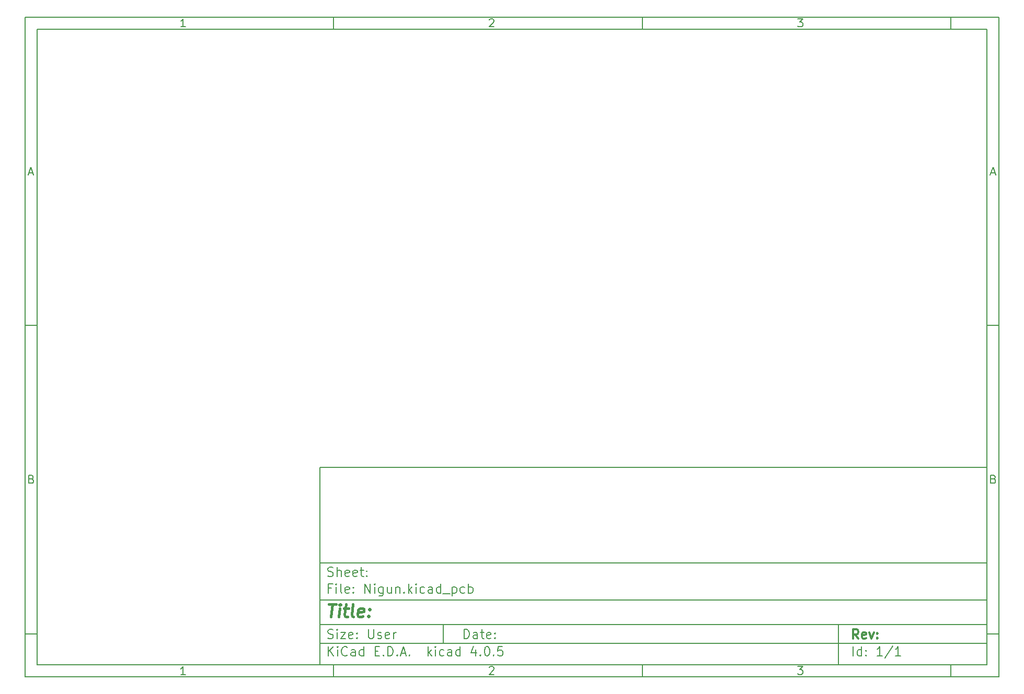
<source format=gbr>
G04 #@! TF.FileFunction,Legend,Bot*
%FSLAX46Y46*%
G04 Gerber Fmt 4.6, Leading zero omitted, Abs format (unit mm)*
G04 Created by KiCad (PCBNEW 4.0.5) date 2017 September 25, Monday 02:54:35*
%MOMM*%
%LPD*%
G01*
G04 APERTURE LIST*
%ADD10C,0.100000*%
%ADD11C,0.150000*%
%ADD12C,0.300000*%
%ADD13C,0.400000*%
G04 APERTURE END LIST*
D10*
D11*
X57800000Y-83000000D02*
X57800000Y-115000000D01*
X165800000Y-115000000D01*
X165800000Y-83000000D01*
X57800000Y-83000000D01*
D10*
D11*
X10000000Y-10000000D02*
X10000000Y-117000000D01*
X167800000Y-117000000D01*
X167800000Y-10000000D01*
X10000000Y-10000000D01*
D10*
D11*
X12000000Y-12000000D02*
X12000000Y-115000000D01*
X165800000Y-115000000D01*
X165800000Y-12000000D01*
X12000000Y-12000000D01*
D10*
D11*
X60000000Y-12000000D02*
X60000000Y-10000000D01*
D10*
D11*
X110000000Y-12000000D02*
X110000000Y-10000000D01*
D10*
D11*
X160000000Y-12000000D02*
X160000000Y-10000000D01*
D10*
D11*
X35990476Y-11588095D02*
X35247619Y-11588095D01*
X35619048Y-11588095D02*
X35619048Y-10288095D01*
X35495238Y-10473810D01*
X35371429Y-10597619D01*
X35247619Y-10659524D01*
D10*
D11*
X85247619Y-10411905D02*
X85309524Y-10350000D01*
X85433333Y-10288095D01*
X85742857Y-10288095D01*
X85866667Y-10350000D01*
X85928571Y-10411905D01*
X85990476Y-10535714D01*
X85990476Y-10659524D01*
X85928571Y-10845238D01*
X85185714Y-11588095D01*
X85990476Y-11588095D01*
D10*
D11*
X135185714Y-10288095D02*
X135990476Y-10288095D01*
X135557143Y-10783333D01*
X135742857Y-10783333D01*
X135866667Y-10845238D01*
X135928571Y-10907143D01*
X135990476Y-11030952D01*
X135990476Y-11340476D01*
X135928571Y-11464286D01*
X135866667Y-11526190D01*
X135742857Y-11588095D01*
X135371429Y-11588095D01*
X135247619Y-11526190D01*
X135185714Y-11464286D01*
D10*
D11*
X60000000Y-115000000D02*
X60000000Y-117000000D01*
D10*
D11*
X110000000Y-115000000D02*
X110000000Y-117000000D01*
D10*
D11*
X160000000Y-115000000D02*
X160000000Y-117000000D01*
D10*
D11*
X35990476Y-116588095D02*
X35247619Y-116588095D01*
X35619048Y-116588095D02*
X35619048Y-115288095D01*
X35495238Y-115473810D01*
X35371429Y-115597619D01*
X35247619Y-115659524D01*
D10*
D11*
X85247619Y-115411905D02*
X85309524Y-115350000D01*
X85433333Y-115288095D01*
X85742857Y-115288095D01*
X85866667Y-115350000D01*
X85928571Y-115411905D01*
X85990476Y-115535714D01*
X85990476Y-115659524D01*
X85928571Y-115845238D01*
X85185714Y-116588095D01*
X85990476Y-116588095D01*
D10*
D11*
X135185714Y-115288095D02*
X135990476Y-115288095D01*
X135557143Y-115783333D01*
X135742857Y-115783333D01*
X135866667Y-115845238D01*
X135928571Y-115907143D01*
X135990476Y-116030952D01*
X135990476Y-116340476D01*
X135928571Y-116464286D01*
X135866667Y-116526190D01*
X135742857Y-116588095D01*
X135371429Y-116588095D01*
X135247619Y-116526190D01*
X135185714Y-116464286D01*
D10*
D11*
X10000000Y-60000000D02*
X12000000Y-60000000D01*
D10*
D11*
X10000000Y-110000000D02*
X12000000Y-110000000D01*
D10*
D11*
X10690476Y-35216667D02*
X11309524Y-35216667D01*
X10566667Y-35588095D02*
X11000000Y-34288095D01*
X11433333Y-35588095D01*
D10*
D11*
X11092857Y-84907143D02*
X11278571Y-84969048D01*
X11340476Y-85030952D01*
X11402381Y-85154762D01*
X11402381Y-85340476D01*
X11340476Y-85464286D01*
X11278571Y-85526190D01*
X11154762Y-85588095D01*
X10659524Y-85588095D01*
X10659524Y-84288095D01*
X11092857Y-84288095D01*
X11216667Y-84350000D01*
X11278571Y-84411905D01*
X11340476Y-84535714D01*
X11340476Y-84659524D01*
X11278571Y-84783333D01*
X11216667Y-84845238D01*
X11092857Y-84907143D01*
X10659524Y-84907143D01*
D10*
D11*
X167800000Y-60000000D02*
X165800000Y-60000000D01*
D10*
D11*
X167800000Y-110000000D02*
X165800000Y-110000000D01*
D10*
D11*
X166490476Y-35216667D02*
X167109524Y-35216667D01*
X166366667Y-35588095D02*
X166800000Y-34288095D01*
X167233333Y-35588095D01*
D10*
D11*
X166892857Y-84907143D02*
X167078571Y-84969048D01*
X167140476Y-85030952D01*
X167202381Y-85154762D01*
X167202381Y-85340476D01*
X167140476Y-85464286D01*
X167078571Y-85526190D01*
X166954762Y-85588095D01*
X166459524Y-85588095D01*
X166459524Y-84288095D01*
X166892857Y-84288095D01*
X167016667Y-84350000D01*
X167078571Y-84411905D01*
X167140476Y-84535714D01*
X167140476Y-84659524D01*
X167078571Y-84783333D01*
X167016667Y-84845238D01*
X166892857Y-84907143D01*
X166459524Y-84907143D01*
D10*
D11*
X81157143Y-110778571D02*
X81157143Y-109278571D01*
X81514286Y-109278571D01*
X81728571Y-109350000D01*
X81871429Y-109492857D01*
X81942857Y-109635714D01*
X82014286Y-109921429D01*
X82014286Y-110135714D01*
X81942857Y-110421429D01*
X81871429Y-110564286D01*
X81728571Y-110707143D01*
X81514286Y-110778571D01*
X81157143Y-110778571D01*
X83300000Y-110778571D02*
X83300000Y-109992857D01*
X83228571Y-109850000D01*
X83085714Y-109778571D01*
X82800000Y-109778571D01*
X82657143Y-109850000D01*
X83300000Y-110707143D02*
X83157143Y-110778571D01*
X82800000Y-110778571D01*
X82657143Y-110707143D01*
X82585714Y-110564286D01*
X82585714Y-110421429D01*
X82657143Y-110278571D01*
X82800000Y-110207143D01*
X83157143Y-110207143D01*
X83300000Y-110135714D01*
X83800000Y-109778571D02*
X84371429Y-109778571D01*
X84014286Y-109278571D02*
X84014286Y-110564286D01*
X84085714Y-110707143D01*
X84228572Y-110778571D01*
X84371429Y-110778571D01*
X85442857Y-110707143D02*
X85300000Y-110778571D01*
X85014286Y-110778571D01*
X84871429Y-110707143D01*
X84800000Y-110564286D01*
X84800000Y-109992857D01*
X84871429Y-109850000D01*
X85014286Y-109778571D01*
X85300000Y-109778571D01*
X85442857Y-109850000D01*
X85514286Y-109992857D01*
X85514286Y-110135714D01*
X84800000Y-110278571D01*
X86157143Y-110635714D02*
X86228571Y-110707143D01*
X86157143Y-110778571D01*
X86085714Y-110707143D01*
X86157143Y-110635714D01*
X86157143Y-110778571D01*
X86157143Y-109850000D02*
X86228571Y-109921429D01*
X86157143Y-109992857D01*
X86085714Y-109921429D01*
X86157143Y-109850000D01*
X86157143Y-109992857D01*
D10*
D11*
X57800000Y-111500000D02*
X165800000Y-111500000D01*
D10*
D11*
X59157143Y-113578571D02*
X59157143Y-112078571D01*
X60014286Y-113578571D02*
X59371429Y-112721429D01*
X60014286Y-112078571D02*
X59157143Y-112935714D01*
X60657143Y-113578571D02*
X60657143Y-112578571D01*
X60657143Y-112078571D02*
X60585714Y-112150000D01*
X60657143Y-112221429D01*
X60728571Y-112150000D01*
X60657143Y-112078571D01*
X60657143Y-112221429D01*
X62228572Y-113435714D02*
X62157143Y-113507143D01*
X61942857Y-113578571D01*
X61800000Y-113578571D01*
X61585715Y-113507143D01*
X61442857Y-113364286D01*
X61371429Y-113221429D01*
X61300000Y-112935714D01*
X61300000Y-112721429D01*
X61371429Y-112435714D01*
X61442857Y-112292857D01*
X61585715Y-112150000D01*
X61800000Y-112078571D01*
X61942857Y-112078571D01*
X62157143Y-112150000D01*
X62228572Y-112221429D01*
X63514286Y-113578571D02*
X63514286Y-112792857D01*
X63442857Y-112650000D01*
X63300000Y-112578571D01*
X63014286Y-112578571D01*
X62871429Y-112650000D01*
X63514286Y-113507143D02*
X63371429Y-113578571D01*
X63014286Y-113578571D01*
X62871429Y-113507143D01*
X62800000Y-113364286D01*
X62800000Y-113221429D01*
X62871429Y-113078571D01*
X63014286Y-113007143D01*
X63371429Y-113007143D01*
X63514286Y-112935714D01*
X64871429Y-113578571D02*
X64871429Y-112078571D01*
X64871429Y-113507143D02*
X64728572Y-113578571D01*
X64442858Y-113578571D01*
X64300000Y-113507143D01*
X64228572Y-113435714D01*
X64157143Y-113292857D01*
X64157143Y-112864286D01*
X64228572Y-112721429D01*
X64300000Y-112650000D01*
X64442858Y-112578571D01*
X64728572Y-112578571D01*
X64871429Y-112650000D01*
X66728572Y-112792857D02*
X67228572Y-112792857D01*
X67442858Y-113578571D02*
X66728572Y-113578571D01*
X66728572Y-112078571D01*
X67442858Y-112078571D01*
X68085715Y-113435714D02*
X68157143Y-113507143D01*
X68085715Y-113578571D01*
X68014286Y-113507143D01*
X68085715Y-113435714D01*
X68085715Y-113578571D01*
X68800001Y-113578571D02*
X68800001Y-112078571D01*
X69157144Y-112078571D01*
X69371429Y-112150000D01*
X69514287Y-112292857D01*
X69585715Y-112435714D01*
X69657144Y-112721429D01*
X69657144Y-112935714D01*
X69585715Y-113221429D01*
X69514287Y-113364286D01*
X69371429Y-113507143D01*
X69157144Y-113578571D01*
X68800001Y-113578571D01*
X70300001Y-113435714D02*
X70371429Y-113507143D01*
X70300001Y-113578571D01*
X70228572Y-113507143D01*
X70300001Y-113435714D01*
X70300001Y-113578571D01*
X70942858Y-113150000D02*
X71657144Y-113150000D01*
X70800001Y-113578571D02*
X71300001Y-112078571D01*
X71800001Y-113578571D01*
X72300001Y-113435714D02*
X72371429Y-113507143D01*
X72300001Y-113578571D01*
X72228572Y-113507143D01*
X72300001Y-113435714D01*
X72300001Y-113578571D01*
X75300001Y-113578571D02*
X75300001Y-112078571D01*
X75442858Y-113007143D02*
X75871429Y-113578571D01*
X75871429Y-112578571D02*
X75300001Y-113150000D01*
X76514287Y-113578571D02*
X76514287Y-112578571D01*
X76514287Y-112078571D02*
X76442858Y-112150000D01*
X76514287Y-112221429D01*
X76585715Y-112150000D01*
X76514287Y-112078571D01*
X76514287Y-112221429D01*
X77871430Y-113507143D02*
X77728573Y-113578571D01*
X77442859Y-113578571D01*
X77300001Y-113507143D01*
X77228573Y-113435714D01*
X77157144Y-113292857D01*
X77157144Y-112864286D01*
X77228573Y-112721429D01*
X77300001Y-112650000D01*
X77442859Y-112578571D01*
X77728573Y-112578571D01*
X77871430Y-112650000D01*
X79157144Y-113578571D02*
X79157144Y-112792857D01*
X79085715Y-112650000D01*
X78942858Y-112578571D01*
X78657144Y-112578571D01*
X78514287Y-112650000D01*
X79157144Y-113507143D02*
X79014287Y-113578571D01*
X78657144Y-113578571D01*
X78514287Y-113507143D01*
X78442858Y-113364286D01*
X78442858Y-113221429D01*
X78514287Y-113078571D01*
X78657144Y-113007143D01*
X79014287Y-113007143D01*
X79157144Y-112935714D01*
X80514287Y-113578571D02*
X80514287Y-112078571D01*
X80514287Y-113507143D02*
X80371430Y-113578571D01*
X80085716Y-113578571D01*
X79942858Y-113507143D01*
X79871430Y-113435714D01*
X79800001Y-113292857D01*
X79800001Y-112864286D01*
X79871430Y-112721429D01*
X79942858Y-112650000D01*
X80085716Y-112578571D01*
X80371430Y-112578571D01*
X80514287Y-112650000D01*
X83014287Y-112578571D02*
X83014287Y-113578571D01*
X82657144Y-112007143D02*
X82300001Y-113078571D01*
X83228573Y-113078571D01*
X83800001Y-113435714D02*
X83871429Y-113507143D01*
X83800001Y-113578571D01*
X83728572Y-113507143D01*
X83800001Y-113435714D01*
X83800001Y-113578571D01*
X84800001Y-112078571D02*
X84942858Y-112078571D01*
X85085715Y-112150000D01*
X85157144Y-112221429D01*
X85228573Y-112364286D01*
X85300001Y-112650000D01*
X85300001Y-113007143D01*
X85228573Y-113292857D01*
X85157144Y-113435714D01*
X85085715Y-113507143D01*
X84942858Y-113578571D01*
X84800001Y-113578571D01*
X84657144Y-113507143D01*
X84585715Y-113435714D01*
X84514287Y-113292857D01*
X84442858Y-113007143D01*
X84442858Y-112650000D01*
X84514287Y-112364286D01*
X84585715Y-112221429D01*
X84657144Y-112150000D01*
X84800001Y-112078571D01*
X85942858Y-113435714D02*
X86014286Y-113507143D01*
X85942858Y-113578571D01*
X85871429Y-113507143D01*
X85942858Y-113435714D01*
X85942858Y-113578571D01*
X87371430Y-112078571D02*
X86657144Y-112078571D01*
X86585715Y-112792857D01*
X86657144Y-112721429D01*
X86800001Y-112650000D01*
X87157144Y-112650000D01*
X87300001Y-112721429D01*
X87371430Y-112792857D01*
X87442858Y-112935714D01*
X87442858Y-113292857D01*
X87371430Y-113435714D01*
X87300001Y-113507143D01*
X87157144Y-113578571D01*
X86800001Y-113578571D01*
X86657144Y-113507143D01*
X86585715Y-113435714D01*
D10*
D11*
X57800000Y-108500000D02*
X165800000Y-108500000D01*
D10*
D12*
X145014286Y-110778571D02*
X144514286Y-110064286D01*
X144157143Y-110778571D02*
X144157143Y-109278571D01*
X144728571Y-109278571D01*
X144871429Y-109350000D01*
X144942857Y-109421429D01*
X145014286Y-109564286D01*
X145014286Y-109778571D01*
X144942857Y-109921429D01*
X144871429Y-109992857D01*
X144728571Y-110064286D01*
X144157143Y-110064286D01*
X146228571Y-110707143D02*
X146085714Y-110778571D01*
X145800000Y-110778571D01*
X145657143Y-110707143D01*
X145585714Y-110564286D01*
X145585714Y-109992857D01*
X145657143Y-109850000D01*
X145800000Y-109778571D01*
X146085714Y-109778571D01*
X146228571Y-109850000D01*
X146300000Y-109992857D01*
X146300000Y-110135714D01*
X145585714Y-110278571D01*
X146800000Y-109778571D02*
X147157143Y-110778571D01*
X147514285Y-109778571D01*
X148085714Y-110635714D02*
X148157142Y-110707143D01*
X148085714Y-110778571D01*
X148014285Y-110707143D01*
X148085714Y-110635714D01*
X148085714Y-110778571D01*
X148085714Y-109850000D02*
X148157142Y-109921429D01*
X148085714Y-109992857D01*
X148014285Y-109921429D01*
X148085714Y-109850000D01*
X148085714Y-109992857D01*
D10*
D11*
X59085714Y-110707143D02*
X59300000Y-110778571D01*
X59657143Y-110778571D01*
X59800000Y-110707143D01*
X59871429Y-110635714D01*
X59942857Y-110492857D01*
X59942857Y-110350000D01*
X59871429Y-110207143D01*
X59800000Y-110135714D01*
X59657143Y-110064286D01*
X59371429Y-109992857D01*
X59228571Y-109921429D01*
X59157143Y-109850000D01*
X59085714Y-109707143D01*
X59085714Y-109564286D01*
X59157143Y-109421429D01*
X59228571Y-109350000D01*
X59371429Y-109278571D01*
X59728571Y-109278571D01*
X59942857Y-109350000D01*
X60585714Y-110778571D02*
X60585714Y-109778571D01*
X60585714Y-109278571D02*
X60514285Y-109350000D01*
X60585714Y-109421429D01*
X60657142Y-109350000D01*
X60585714Y-109278571D01*
X60585714Y-109421429D01*
X61157143Y-109778571D02*
X61942857Y-109778571D01*
X61157143Y-110778571D01*
X61942857Y-110778571D01*
X63085714Y-110707143D02*
X62942857Y-110778571D01*
X62657143Y-110778571D01*
X62514286Y-110707143D01*
X62442857Y-110564286D01*
X62442857Y-109992857D01*
X62514286Y-109850000D01*
X62657143Y-109778571D01*
X62942857Y-109778571D01*
X63085714Y-109850000D01*
X63157143Y-109992857D01*
X63157143Y-110135714D01*
X62442857Y-110278571D01*
X63800000Y-110635714D02*
X63871428Y-110707143D01*
X63800000Y-110778571D01*
X63728571Y-110707143D01*
X63800000Y-110635714D01*
X63800000Y-110778571D01*
X63800000Y-109850000D02*
X63871428Y-109921429D01*
X63800000Y-109992857D01*
X63728571Y-109921429D01*
X63800000Y-109850000D01*
X63800000Y-109992857D01*
X65657143Y-109278571D02*
X65657143Y-110492857D01*
X65728571Y-110635714D01*
X65800000Y-110707143D01*
X65942857Y-110778571D01*
X66228571Y-110778571D01*
X66371429Y-110707143D01*
X66442857Y-110635714D01*
X66514286Y-110492857D01*
X66514286Y-109278571D01*
X67157143Y-110707143D02*
X67300000Y-110778571D01*
X67585715Y-110778571D01*
X67728572Y-110707143D01*
X67800000Y-110564286D01*
X67800000Y-110492857D01*
X67728572Y-110350000D01*
X67585715Y-110278571D01*
X67371429Y-110278571D01*
X67228572Y-110207143D01*
X67157143Y-110064286D01*
X67157143Y-109992857D01*
X67228572Y-109850000D01*
X67371429Y-109778571D01*
X67585715Y-109778571D01*
X67728572Y-109850000D01*
X69014286Y-110707143D02*
X68871429Y-110778571D01*
X68585715Y-110778571D01*
X68442858Y-110707143D01*
X68371429Y-110564286D01*
X68371429Y-109992857D01*
X68442858Y-109850000D01*
X68585715Y-109778571D01*
X68871429Y-109778571D01*
X69014286Y-109850000D01*
X69085715Y-109992857D01*
X69085715Y-110135714D01*
X68371429Y-110278571D01*
X69728572Y-110778571D02*
X69728572Y-109778571D01*
X69728572Y-110064286D02*
X69800000Y-109921429D01*
X69871429Y-109850000D01*
X70014286Y-109778571D01*
X70157143Y-109778571D01*
D10*
D11*
X144157143Y-113578571D02*
X144157143Y-112078571D01*
X145514286Y-113578571D02*
X145514286Y-112078571D01*
X145514286Y-113507143D02*
X145371429Y-113578571D01*
X145085715Y-113578571D01*
X144942857Y-113507143D01*
X144871429Y-113435714D01*
X144800000Y-113292857D01*
X144800000Y-112864286D01*
X144871429Y-112721429D01*
X144942857Y-112650000D01*
X145085715Y-112578571D01*
X145371429Y-112578571D01*
X145514286Y-112650000D01*
X146228572Y-113435714D02*
X146300000Y-113507143D01*
X146228572Y-113578571D01*
X146157143Y-113507143D01*
X146228572Y-113435714D01*
X146228572Y-113578571D01*
X146228572Y-112650000D02*
X146300000Y-112721429D01*
X146228572Y-112792857D01*
X146157143Y-112721429D01*
X146228572Y-112650000D01*
X146228572Y-112792857D01*
X148871429Y-113578571D02*
X148014286Y-113578571D01*
X148442858Y-113578571D02*
X148442858Y-112078571D01*
X148300001Y-112292857D01*
X148157143Y-112435714D01*
X148014286Y-112507143D01*
X150585714Y-112007143D02*
X149300000Y-113935714D01*
X151871429Y-113578571D02*
X151014286Y-113578571D01*
X151442858Y-113578571D02*
X151442858Y-112078571D01*
X151300001Y-112292857D01*
X151157143Y-112435714D01*
X151014286Y-112507143D01*
D10*
D11*
X57800000Y-104500000D02*
X165800000Y-104500000D01*
D10*
D13*
X59252381Y-105204762D02*
X60395238Y-105204762D01*
X59573810Y-107204762D02*
X59823810Y-105204762D01*
X60811905Y-107204762D02*
X60978571Y-105871429D01*
X61061905Y-105204762D02*
X60954762Y-105300000D01*
X61038095Y-105395238D01*
X61145239Y-105300000D01*
X61061905Y-105204762D01*
X61038095Y-105395238D01*
X61645238Y-105871429D02*
X62407143Y-105871429D01*
X62014286Y-105204762D02*
X61800000Y-106919048D01*
X61871430Y-107109524D01*
X62050001Y-107204762D01*
X62240477Y-107204762D01*
X63192858Y-107204762D02*
X63014287Y-107109524D01*
X62942857Y-106919048D01*
X63157143Y-105204762D01*
X64728572Y-107109524D02*
X64526191Y-107204762D01*
X64145239Y-107204762D01*
X63966667Y-107109524D01*
X63895238Y-106919048D01*
X63990476Y-106157143D01*
X64109524Y-105966667D01*
X64311905Y-105871429D01*
X64692857Y-105871429D01*
X64871429Y-105966667D01*
X64942857Y-106157143D01*
X64919048Y-106347619D01*
X63942857Y-106538095D01*
X65692857Y-107014286D02*
X65776192Y-107109524D01*
X65669048Y-107204762D01*
X65585715Y-107109524D01*
X65692857Y-107014286D01*
X65669048Y-107204762D01*
X65823810Y-105966667D02*
X65907144Y-106061905D01*
X65800000Y-106157143D01*
X65716667Y-106061905D01*
X65823810Y-105966667D01*
X65800000Y-106157143D01*
D10*
D11*
X59657143Y-102592857D02*
X59157143Y-102592857D01*
X59157143Y-103378571D02*
X59157143Y-101878571D01*
X59871429Y-101878571D01*
X60442857Y-103378571D02*
X60442857Y-102378571D01*
X60442857Y-101878571D02*
X60371428Y-101950000D01*
X60442857Y-102021429D01*
X60514285Y-101950000D01*
X60442857Y-101878571D01*
X60442857Y-102021429D01*
X61371429Y-103378571D02*
X61228571Y-103307143D01*
X61157143Y-103164286D01*
X61157143Y-101878571D01*
X62514285Y-103307143D02*
X62371428Y-103378571D01*
X62085714Y-103378571D01*
X61942857Y-103307143D01*
X61871428Y-103164286D01*
X61871428Y-102592857D01*
X61942857Y-102450000D01*
X62085714Y-102378571D01*
X62371428Y-102378571D01*
X62514285Y-102450000D01*
X62585714Y-102592857D01*
X62585714Y-102735714D01*
X61871428Y-102878571D01*
X63228571Y-103235714D02*
X63299999Y-103307143D01*
X63228571Y-103378571D01*
X63157142Y-103307143D01*
X63228571Y-103235714D01*
X63228571Y-103378571D01*
X63228571Y-102450000D02*
X63299999Y-102521429D01*
X63228571Y-102592857D01*
X63157142Y-102521429D01*
X63228571Y-102450000D01*
X63228571Y-102592857D01*
X65085714Y-103378571D02*
X65085714Y-101878571D01*
X65942857Y-103378571D01*
X65942857Y-101878571D01*
X66657143Y-103378571D02*
X66657143Y-102378571D01*
X66657143Y-101878571D02*
X66585714Y-101950000D01*
X66657143Y-102021429D01*
X66728571Y-101950000D01*
X66657143Y-101878571D01*
X66657143Y-102021429D01*
X68014286Y-102378571D02*
X68014286Y-103592857D01*
X67942857Y-103735714D01*
X67871429Y-103807143D01*
X67728572Y-103878571D01*
X67514286Y-103878571D01*
X67371429Y-103807143D01*
X68014286Y-103307143D02*
X67871429Y-103378571D01*
X67585715Y-103378571D01*
X67442857Y-103307143D01*
X67371429Y-103235714D01*
X67300000Y-103092857D01*
X67300000Y-102664286D01*
X67371429Y-102521429D01*
X67442857Y-102450000D01*
X67585715Y-102378571D01*
X67871429Y-102378571D01*
X68014286Y-102450000D01*
X69371429Y-102378571D02*
X69371429Y-103378571D01*
X68728572Y-102378571D02*
X68728572Y-103164286D01*
X68800000Y-103307143D01*
X68942858Y-103378571D01*
X69157143Y-103378571D01*
X69300000Y-103307143D01*
X69371429Y-103235714D01*
X70085715Y-102378571D02*
X70085715Y-103378571D01*
X70085715Y-102521429D02*
X70157143Y-102450000D01*
X70300001Y-102378571D01*
X70514286Y-102378571D01*
X70657143Y-102450000D01*
X70728572Y-102592857D01*
X70728572Y-103378571D01*
X71442858Y-103235714D02*
X71514286Y-103307143D01*
X71442858Y-103378571D01*
X71371429Y-103307143D01*
X71442858Y-103235714D01*
X71442858Y-103378571D01*
X72157144Y-103378571D02*
X72157144Y-101878571D01*
X72300001Y-102807143D02*
X72728572Y-103378571D01*
X72728572Y-102378571D02*
X72157144Y-102950000D01*
X73371430Y-103378571D02*
X73371430Y-102378571D01*
X73371430Y-101878571D02*
X73300001Y-101950000D01*
X73371430Y-102021429D01*
X73442858Y-101950000D01*
X73371430Y-101878571D01*
X73371430Y-102021429D01*
X74728573Y-103307143D02*
X74585716Y-103378571D01*
X74300002Y-103378571D01*
X74157144Y-103307143D01*
X74085716Y-103235714D01*
X74014287Y-103092857D01*
X74014287Y-102664286D01*
X74085716Y-102521429D01*
X74157144Y-102450000D01*
X74300002Y-102378571D01*
X74585716Y-102378571D01*
X74728573Y-102450000D01*
X76014287Y-103378571D02*
X76014287Y-102592857D01*
X75942858Y-102450000D01*
X75800001Y-102378571D01*
X75514287Y-102378571D01*
X75371430Y-102450000D01*
X76014287Y-103307143D02*
X75871430Y-103378571D01*
X75514287Y-103378571D01*
X75371430Y-103307143D01*
X75300001Y-103164286D01*
X75300001Y-103021429D01*
X75371430Y-102878571D01*
X75514287Y-102807143D01*
X75871430Y-102807143D01*
X76014287Y-102735714D01*
X77371430Y-103378571D02*
X77371430Y-101878571D01*
X77371430Y-103307143D02*
X77228573Y-103378571D01*
X76942859Y-103378571D01*
X76800001Y-103307143D01*
X76728573Y-103235714D01*
X76657144Y-103092857D01*
X76657144Y-102664286D01*
X76728573Y-102521429D01*
X76800001Y-102450000D01*
X76942859Y-102378571D01*
X77228573Y-102378571D01*
X77371430Y-102450000D01*
X77728573Y-103521429D02*
X78871430Y-103521429D01*
X79228573Y-102378571D02*
X79228573Y-103878571D01*
X79228573Y-102450000D02*
X79371430Y-102378571D01*
X79657144Y-102378571D01*
X79800001Y-102450000D01*
X79871430Y-102521429D01*
X79942859Y-102664286D01*
X79942859Y-103092857D01*
X79871430Y-103235714D01*
X79800001Y-103307143D01*
X79657144Y-103378571D01*
X79371430Y-103378571D01*
X79228573Y-103307143D01*
X81228573Y-103307143D02*
X81085716Y-103378571D01*
X80800002Y-103378571D01*
X80657144Y-103307143D01*
X80585716Y-103235714D01*
X80514287Y-103092857D01*
X80514287Y-102664286D01*
X80585716Y-102521429D01*
X80657144Y-102450000D01*
X80800002Y-102378571D01*
X81085716Y-102378571D01*
X81228573Y-102450000D01*
X81871430Y-103378571D02*
X81871430Y-101878571D01*
X81871430Y-102450000D02*
X82014287Y-102378571D01*
X82300001Y-102378571D01*
X82442858Y-102450000D01*
X82514287Y-102521429D01*
X82585716Y-102664286D01*
X82585716Y-103092857D01*
X82514287Y-103235714D01*
X82442858Y-103307143D01*
X82300001Y-103378571D01*
X82014287Y-103378571D01*
X81871430Y-103307143D01*
D10*
D11*
X57800000Y-98500000D02*
X165800000Y-98500000D01*
D10*
D11*
X59085714Y-100607143D02*
X59300000Y-100678571D01*
X59657143Y-100678571D01*
X59800000Y-100607143D01*
X59871429Y-100535714D01*
X59942857Y-100392857D01*
X59942857Y-100250000D01*
X59871429Y-100107143D01*
X59800000Y-100035714D01*
X59657143Y-99964286D01*
X59371429Y-99892857D01*
X59228571Y-99821429D01*
X59157143Y-99750000D01*
X59085714Y-99607143D01*
X59085714Y-99464286D01*
X59157143Y-99321429D01*
X59228571Y-99250000D01*
X59371429Y-99178571D01*
X59728571Y-99178571D01*
X59942857Y-99250000D01*
X60585714Y-100678571D02*
X60585714Y-99178571D01*
X61228571Y-100678571D02*
X61228571Y-99892857D01*
X61157142Y-99750000D01*
X61014285Y-99678571D01*
X60800000Y-99678571D01*
X60657142Y-99750000D01*
X60585714Y-99821429D01*
X62514285Y-100607143D02*
X62371428Y-100678571D01*
X62085714Y-100678571D01*
X61942857Y-100607143D01*
X61871428Y-100464286D01*
X61871428Y-99892857D01*
X61942857Y-99750000D01*
X62085714Y-99678571D01*
X62371428Y-99678571D01*
X62514285Y-99750000D01*
X62585714Y-99892857D01*
X62585714Y-100035714D01*
X61871428Y-100178571D01*
X63799999Y-100607143D02*
X63657142Y-100678571D01*
X63371428Y-100678571D01*
X63228571Y-100607143D01*
X63157142Y-100464286D01*
X63157142Y-99892857D01*
X63228571Y-99750000D01*
X63371428Y-99678571D01*
X63657142Y-99678571D01*
X63799999Y-99750000D01*
X63871428Y-99892857D01*
X63871428Y-100035714D01*
X63157142Y-100178571D01*
X64299999Y-99678571D02*
X64871428Y-99678571D01*
X64514285Y-99178571D02*
X64514285Y-100464286D01*
X64585713Y-100607143D01*
X64728571Y-100678571D01*
X64871428Y-100678571D01*
X65371428Y-100535714D02*
X65442856Y-100607143D01*
X65371428Y-100678571D01*
X65299999Y-100607143D01*
X65371428Y-100535714D01*
X65371428Y-100678571D01*
X65371428Y-99750000D02*
X65442856Y-99821429D01*
X65371428Y-99892857D01*
X65299999Y-99821429D01*
X65371428Y-99750000D01*
X65371428Y-99892857D01*
D10*
D11*
X77800000Y-108500000D02*
X77800000Y-111500000D01*
D10*
D11*
X141800000Y-108500000D02*
X141800000Y-115000000D01*
M02*

</source>
